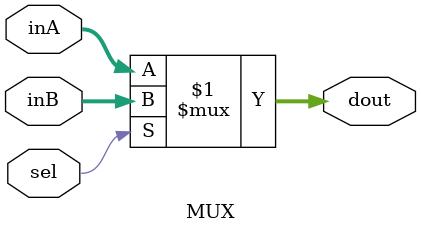
<source format=sv>
module MUX #(
    parameter LENGTH = 8
) 
(
    input [LENGTH-1:0] inA,
    input [LENGTH-1:0] inB,
    input sel,
    output [LENGTH-1:0] dout
);

    assign dout = sel? inB : inA;
    
endmodule
</source>
